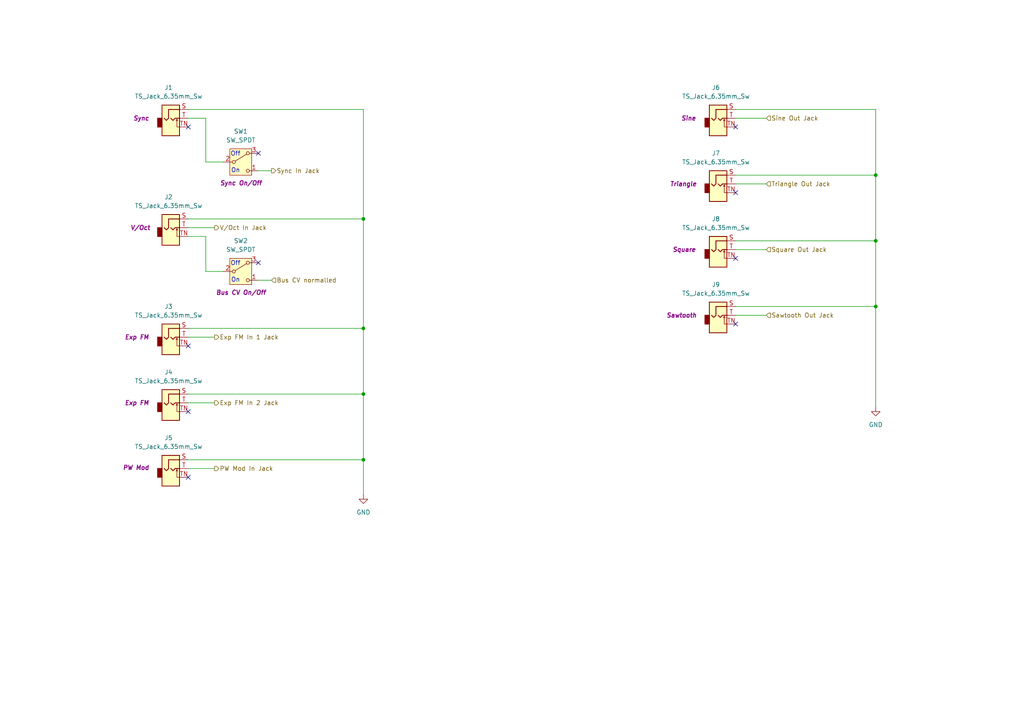
<source format=kicad_sch>
(kicad_sch (version 20231120) (generator "eeschema") (generator_version "8.0")
  (paper "A4")
  (title_block (company "DMH Instruments"))
  (lib_symbols
    (symbol "Switch:SW_SPDT_321" (pin_names (offset 1) hide)
      (property "Reference" "SW" (at 0 5.08 0))
      (property "Value" "SW_SPDT_321" (at 0 -5.08 0))
      (symbol "SW_SPDT_321_0_1"
        (circle (center -2.032 0) (radius 0.4572))
        (polyline (pts (xy -1.651 0.254) (xy 1.651 2.286)))
        (circle (center 2.032 -2.54) (radius 0.4572))
        (circle (center 2.032 2.54) (radius 0.4572))
      )
      (symbol "SW_SPDT_321_1_1"
        (rectangle (start -3.175 3.81) (end 3.175 -3.81) (fill (type background)))
        (pin passive line (at 5.08 -2.54 180) (length 2.54) (name "C") (number "1"))
        (pin passive line (at -5.08 0 0) (length 2.54) (name "B") (number "2"))
        (pin passive line (at 5.08 2.54 180) (length 2.54) (name "A") (number "3"))
      )
    )
    (symbol "SynthStuff:TS_Jack_6.35mm_Sw"
      (property "Reference" "J" (at -0.635 8.89 0))
      (property "Value" "TS_Jack_6.35mm_Sw" (at -0.635 6.35 0))
      (symbol "TS_Jack_6.35mm_Sw_0_1"
        (rectangle (start -2.54 0) (end -3.81 -2.54) (stroke (width 0.254)) (fill (type outline)))
        (polyline (pts (xy 1.778 -0.254) (xy 2.032 -0.762)))
        (polyline (pts (xy 0 0) (xy 0.635 -0.635) (xy 1.27 0) (xy 2.54 0)) (stroke (width 0.254)))
        (polyline (pts (xy 2.54 -2.54) (xy 1.778 -2.54) (xy 1.778 -0.254) (xy 1.524 -0.762)))
        (polyline (pts (xy 2.54 2.54) (xy -0.635 2.54) (xy -0.635 0) (xy -1.27 -0.635) (xy -1.905 0)) (stroke (width 0.254)))
        (rectangle (start 2.54 3.81) (end -2.54 -5.08) (stroke (width 0.254)) (fill (type background)))
      )
      (symbol "TS_Jack_6.35mm_Sw_1_1"
        (pin passive line (at 5.08 2.54 180) (length 2.54) (name "~") (number "S"))
        (pin passive line (at 5.08 0 180) (length 2.54) (name "~") (number "T"))
        (pin passive line (at 5.08 -2.54 180) (length 2.54) (name "~") (number "TN"))
      )
    )
    (symbol "power:GND" (power) (pin_numbers hide) (pin_names (offset 0) hide)
      (property "Value" "GND" (at 0 -3.81 0))
      (symbol "GND_0_1"
        (polyline (pts (xy 0 0) (xy 0 -1.27) (xy 1.27 -1.27) (xy 0 -2.54) (xy -1.27 -1.27) (xy 0 -1.27)))
      )
      (symbol "GND_1_1"
        (pin power_in line (at 0 0 270) (length 0) (name "~") (number "1"))
      )
    )
  )
  (junction (at 254 69.85))
  (junction (at 254 88.9))
  (junction (at 254 50.8))
  (junction (at 105.41 95.25))
  (junction (at 105.41 63.5))
  (junction (at 105.41 133.35))
  (junction (at 105.41 114.3))
  (no_connect (at 213.36 36.83))
  (no_connect (at 74.93 44.45))
  (no_connect (at 54.61 119.38))
  (no_connect (at 54.61 100.33))
  (no_connect (at 74.93 76.2))
  (no_connect (at 54.61 36.83))
  (no_connect (at 213.36 74.93))
  (no_connect (at 54.61 138.43))
  (no_connect (at 213.36 55.88))
  (no_connect (at 213.36 93.98))
  (wire (pts (xy 59.69 78.74) (xy 59.69 68.58)))
  (wire (pts (xy 54.61 66.04) (xy 62.23 66.04)))
  (wire (pts (xy 54.61 97.79) (xy 62.23 97.79)))
  (wire (pts (xy 74.93 49.53) (xy 78.74 49.53)))
  (wire (pts (xy 64.77 78.74) (xy 59.69 78.74)))
  (wire (pts (xy 74.93 81.28) (xy 78.74 81.28)))
  (wire (pts (xy 213.36 34.29) (xy 222.25 34.29)))
  (wire (pts (xy 213.36 72.39) (xy 222.25 72.39)))
  (wire (pts (xy 59.69 34.29) (xy 59.69 46.99)))
  (wire (pts (xy 54.61 133.35) (xy 105.41 133.35)))
  (wire (pts (xy 105.41 133.35) (xy 105.41 143.51)))
  (wire (pts (xy 54.61 34.29) (xy 59.69 34.29)))
  (wire (pts (xy 254 88.9) (xy 254 118.11)))
  (wire (pts (xy 254 50.8) (xy 254 69.85)))
  (wire (pts (xy 213.36 69.85) (xy 254 69.85)))
  (wire (pts (xy 54.61 116.84) (xy 62.23 116.84)))
  (wire (pts (xy 59.69 68.58) (xy 54.61 68.58)))
  (wire (pts (xy 213.36 31.75) (xy 254 31.75)))
  (wire (pts (xy 105.41 63.5) (xy 105.41 95.25)))
  (wire (pts (xy 254 31.75) (xy 254 50.8)))
  (wire (pts (xy 54.61 95.25) (xy 105.41 95.25)))
  (wire (pts (xy 105.41 31.75) (xy 105.41 63.5)))
  (wire (pts (xy 59.69 46.99) (xy 64.77 46.99)))
  (wire (pts (xy 213.36 91.44) (xy 222.25 91.44)))
  (wire (pts (xy 105.41 95.25) (xy 105.41 114.3)))
  (wire (pts (xy 213.36 50.8) (xy 254 50.8)))
  (wire (pts (xy 213.36 53.34) (xy 222.25 53.34)))
  (wire (pts (xy 54.61 31.75) (xy 105.41 31.75)))
  (wire (pts (xy 54.61 114.3) (xy 105.41 114.3)))
  (wire (pts (xy 213.36 88.9) (xy 254 88.9)))
  (wire (pts (xy 54.61 63.5) (xy 105.41 63.5)))
  (wire (pts (xy 54.61 135.89) (xy 62.23 135.89)))
  (wire (pts (xy 254 69.85) (xy 254 88.9)))
  (wire (pts (xy 105.41 114.3) (xy 105.41 133.35)))
  (text "Off" (at 68.326 44.704 0) (effects (font (size 1.27 1.27))))
  (text "Off" (at 68.326 76.454 0) (effects (font (size 1.27 1.27))))
  (text "On" (at 68.326 49.53 0) (effects (font (size 1.27 1.27))))
  (text "On" (at 68.326 81.28 0) (effects (font (size 1.27 1.27))))
  (hierarchical_label "Triangle Out Jack" (shape input) (at 222.25 53.34 0))
  (hierarchical_label "Exp FM In 2 Jack" (shape output) (at 62.23 116.84 0))
  (hierarchical_label "Square Out Jack" (shape input) (at 222.25 72.39 0))
  (hierarchical_label "Sawtooth Out Jack" (shape input) (at 222.25 91.44 0))
  (hierarchical_label "V{slash}Oct In Jack" (shape output) (at 62.23 66.04 0))
  (hierarchical_label "Bus CV normalled" (shape input) (at 78.74 81.28 0))
  (hierarchical_label "Sine Out Jack" (shape input) (at 222.25 34.29 0))
  (hierarchical_label "Exp FM In 1 Jack" (shape output) (at 62.23 97.79 0))
  (hierarchical_label "PW Mod In Jack" (shape output) (at 62.23 135.89 0))
  (hierarchical_label "Sync In Jack" (shape output) (at 78.74 49.53 0))
  (symbol (lib_id "SynthStuff:TS_Jack_6.35mm_Sw") (at 49.53 34.29 0) (unit 1)
    (property "Reference" "J1" (at 48.895 25.4 0))
    (property "Value" "TS_Jack_6.35mm_Sw" (at 48.895 27.94 0))
    (property "Footprint" "SynthStuff:CUI_MJ-63052A" (effects (hide yes)))
    (property "Description" "Audio Jack, 2 Poles (Mono / TS), Switched T Pole (Normalling), 6.35mm, 1/4inch" (effects (hide yes)))
    (property "Function" "Sync" (at 40.894 34.29 0) (effects (font (bold yes) (italic yes))))
  )
  (symbol (lib_id "Switch:SW_SPDT_321") (at 69.85 46.99 0) (unit 1)
    (property "Reference" "SW1" (at 69.85 38.1 0))
    (property "Value" "SW_SPDT" (at 69.85 40.64 0))
    (property "Description" "Switch, single pole double throw" (effects (hide yes)))
    (property "Function" "Sync On/Off" (at 69.85 53.086 0) (effects (font (bold yes) (italic yes))))
  )
  (symbol (lib_id "SynthStuff:TS_Jack_6.35mm_Sw") (at 49.53 97.79 0) (unit 1)
    (property "Reference" "J3" (at 48.895 88.9 0))
    (property "Value" "TS_Jack_6.35mm_Sw" (at 48.895 91.44 0))
    (property "Footprint" "SynthStuff:CUI_MJ-63052A" (effects (hide yes)))
    (property "Description" "Audio Jack, 2 Poles (Mono / TS), Switched T Pole (Normalling), 6.35mm, 1/4inch" (effects (hide yes)))
    (property "Function" "Exp FM" (at 39.624 97.79 0) (effects (font (bold yes) (italic yes))))
  )
  (symbol (lib_id "Switch:SW_SPDT_321") (at 69.85 78.74 0) (unit 1)
    (property "Reference" "SW2" (at 69.85 69.85 0))
    (property "Value" "SW_SPDT" (at 69.85 72.39 0))
    (property "Description" "Switch, single pole double throw" (effects (hide yes)))
    (property "Function" "Bus CV On/Off" (at 69.85 84.836 0) (effects (font (bold yes) (italic yes))))
  )
  (symbol (lib_id "SynthStuff:TS_Jack_6.35mm_Sw") (at 49.53 66.04 0) (unit 1)
    (property "Reference" "J2" (at 48.895 57.15 0))
    (property "Value" "TS_Jack_6.35mm_Sw" (at 48.895 59.69 0))
    (property "Footprint" "SynthStuff:CUI_MJ-63052A" (effects (hide yes)))
    (property "Description" "Audio Jack, 2 Poles (Mono / TS), Switched T Pole (Normalling), 6.35mm, 1/4inch" (effects (hide yes)))
    (property "Function" "V/Oct" (at 40.64 66.04 0) (effects (font (bold yes) (italic yes))))
  )
  (symbol (lib_id "SynthStuff:TS_Jack_6.35mm_Sw") (at 49.53 116.84 0) (unit 1)
    (property "Reference" "J4" (at 48.895 107.95 0))
    (property "Value" "TS_Jack_6.35mm_Sw" (at 48.895 110.49 0))
    (property "Footprint" "SynthStuff:CUI_MJ-63052A" (effects (hide yes)))
    (property "Description" "Audio Jack, 2 Poles (Mono / TS), Switched T Pole (Normalling), 6.35mm, 1/4inch" (effects (hide yes)))
    (property "Function" "Exp FM" (at 39.624 116.84 0) (effects (font (bold yes) (italic yes))))
  )
  (symbol (lib_id "SynthStuff:TS_Jack_6.35mm_Sw") (at 49.53 135.89 0) (unit 1)
    (property "Reference" "J5" (at 48.895 127 0))
    (property "Value" "TS_Jack_6.35mm_Sw" (at 48.895 129.54 0))
    (property "Footprint" "SynthStuff:CUI_MJ-63052A" (effects (hide yes)))
    (property "Description" "Audio Jack, 2 Poles (Mono / TS), Switched T Pole (Normalling), 6.35mm, 1/4inch" (effects (hide yes)))
    (property "Function" "PW Mod" (at 39.37 135.636 0) (effects (font (bold yes) (italic yes))))
  )
  (symbol (lib_id "power:GND") (at 254 118.11 0) (unit 1)
    (property "Reference" "#PWR06" (effects (hide yes)))
    (property "Value" "GND" (at 254 123.19 0))
    (property "Description" "Power symbol creates a global label with name \"GND\" , ground" (effects (hide yes)))
  )
  (symbol (lib_id "SynthStuff:TS_Jack_6.35mm_Sw") (at 208.28 91.44 0) (unit 1)
    (property "Reference" "J9" (at 207.645 82.55 0))
    (property "Value" "TS_Jack_6.35mm_Sw" (at 207.645 85.09 0))
    (property "Footprint" "SynthStuff:CUI_MJ-63052A" (effects (hide yes)))
    (property "Description" "Audio Jack, 2 Poles (Mono / TS), Switched T Pole (Normalling), 6.35mm, 1/4inch" (effects (hide yes)))
    (property "Function" "Sawtooth" (at 197.612 91.44 0) (effects (font (bold yes) (italic yes))))
  )
  (symbol (lib_id "power:GND") (at 105.41 143.51 0) (unit 1)
    (property "Reference" "#PWR05" (effects (hide yes)))
    (property "Value" "GND" (at 105.41 148.59 0))
    (property "Description" "Power symbol creates a global label with name \"GND\" , ground" (effects (hide yes)))
  )
  (symbol (lib_id "SynthStuff:TS_Jack_6.35mm_Sw") (at 208.28 53.34 0) (unit 1)
    (property "Reference" "J7" (at 207.645 44.45 0))
    (property "Value" "TS_Jack_6.35mm_Sw" (at 207.645 46.99 0))
    (property "Footprint" "SynthStuff:CUI_MJ-63052A" (effects (hide yes)))
    (property "Description" "Audio Jack, 2 Poles (Mono / TS), Switched T Pole (Normalling), 6.35mm, 1/4inch" (effects (hide yes)))
    (property "Function" "Triangle" (at 198.12 53.34 0) (effects (font (bold yes) (italic yes))))
  )
  (symbol (lib_id "SynthStuff:TS_Jack_6.35mm_Sw") (at 208.28 72.39 0) (unit 1)
    (property "Reference" "J8" (at 207.645 63.5 0))
    (property "Value" "TS_Jack_6.35mm_Sw" (at 207.645 66.04 0))
    (property "Footprint" "SynthStuff:CUI_MJ-63052A" (effects (hide yes)))
    (property "Description" "Audio Jack, 2 Poles (Mono / TS), Switched T Pole (Normalling), 6.35mm, 1/4inch" (effects (hide yes)))
    (property "Function" "Square" (at 198.374 72.39 0) (effects (font (bold yes) (italic yes))))
  )
  (symbol (lib_id "SynthStuff:TS_Jack_6.35mm_Sw") (at 208.28 34.29 0) (unit 1)
    (property "Reference" "J6" (at 207.645 25.4 0))
    (property "Value" "TS_Jack_6.35mm_Sw" (at 207.645 27.94 0))
    (property "Footprint" "SynthStuff:CUI_MJ-63052A" (effects (hide yes)))
    (property "Description" "Audio Jack, 2 Poles (Mono / TS), Switched T Pole (Normalling), 6.35mm, 1/4inch" (effects (hide yes)))
    (property "Function" "Sine" (at 199.644 34.29 0) (effects (font (bold yes) (italic yes))))
  )
)
</source>
